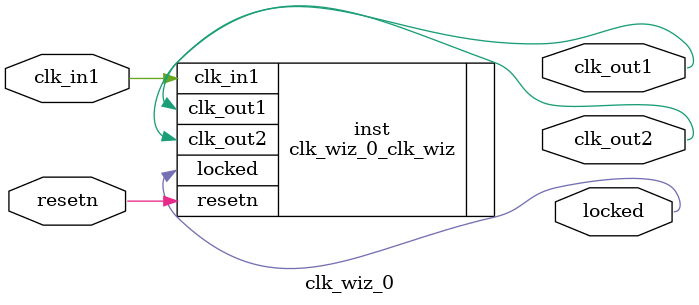
<source format=v>


`timescale 1ps/1ps

(* CORE_GENERATION_INFO = "clk_wiz_0,clk_wiz_v6_0_6_0_0,{component_name=clk_wiz_0,use_phase_alignment=true,use_min_o_jitter=false,use_max_i_jitter=false,use_dyn_phase_shift=false,use_inclk_switchover=false,use_dyn_reconfig=false,enable_axi=0,feedback_source=FDBK_AUTO,PRIMITIVE=MMCM,num_out_clk=2,clkin1_period=10.000,clkin2_period=10.000,use_power_down=false,use_reset=true,use_locked=true,use_inclk_stopped=false,feedback_type=SINGLE,CLOCK_MGR_TYPE=NA,manual_override=false}" *)

module clk_wiz_0 
 (
  // Clock out ports
  output        clk_out1,
  output        clk_out2,
  // Status and control signals
  input         resetn,
  output        locked,
 // Clock in ports
  input         clk_in1
 );

  clk_wiz_0_clk_wiz inst
  (
  // Clock out ports  
  .clk_out1(clk_out1),
  .clk_out2(clk_out2),
  // Status and control signals               
  .resetn(resetn), 
  .locked(locked),
 // Clock in ports
  .clk_in1(clk_in1)
  );

endmodule

</source>
